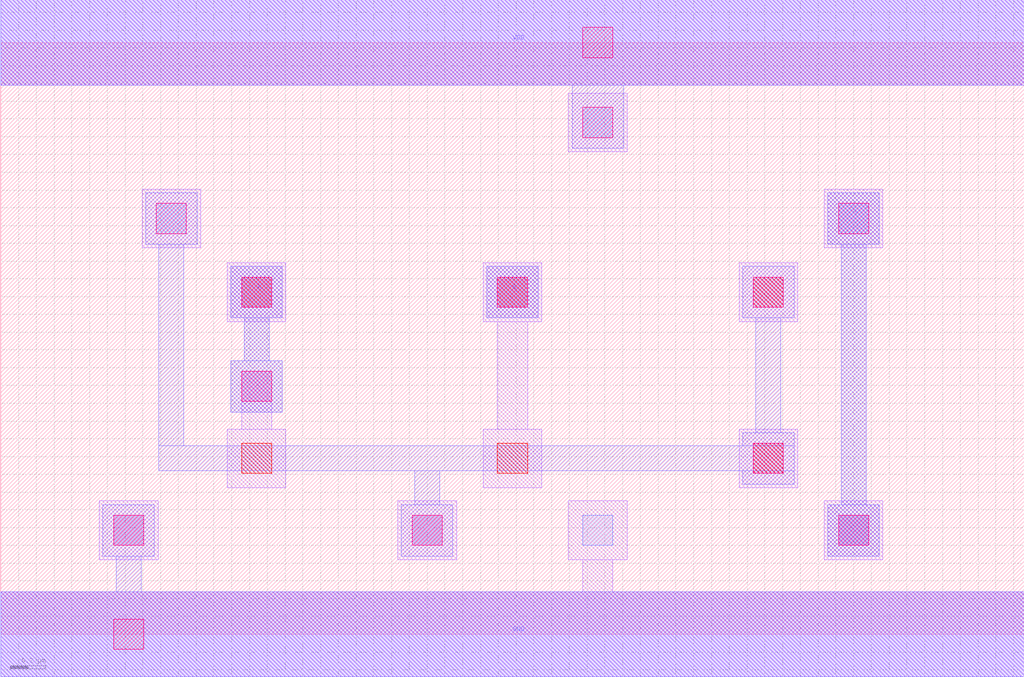
<source format=lef>
MACRO OR2X2
 CLASS CORE ;
 FOREIGN OR2X2 0 0 ;
 SIZE 5.76 BY 3.33 ;
 ORIGIN 0 0 ;
 SYMMETRY X Y R90 ;
 SITE unit ;
  PIN VDD
   DIRECTION INOUT ;
   USE POWER ;
   SHAPE ABUTMENT ;
    PORT
     CLASS CORE ;
       LAYER li1 ;
        RECT 0.00000000 3.09000000 5.76000000 3.57000000 ;
       LAYER met1 ;
        RECT 0.00000000 3.09000000 5.76000000 3.57000000 ;
    END
  END VDD

  PIN GND
   DIRECTION INOUT ;
   USE POWER ;
   SHAPE ABUTMENT ;
    PORT
     CLASS CORE ;
       LAYER li1 ;
        RECT 0.00000000 -0.24000000 5.76000000 0.24000000 ;
       LAYER met1 ;
        RECT 0.00000000 -0.24000000 5.76000000 0.24000000 ;
    END
  END GND

  PIN Y
   DIRECTION INOUT ;
   USE SIGNAL ;
   SHAPE ABUTMENT ;
    PORT
     CLASS CORE ;
       LAYER met1 ;
        RECT 4.65500000 0.44000000 4.94500000 0.73000000 ;
        RECT 4.73000000 0.73000000 4.87000000 2.19500000 ;
        RECT 4.65500000 2.19500000 4.94500000 2.48500000 ;
    END
  END Y

  PIN A
   DIRECTION INOUT ;
   USE SIGNAL ;
   SHAPE ABUTMENT ;
    PORT
     CLASS CORE ;
       LAYER met1 ;
        RECT 1.29500000 1.25000000 1.58500000 1.54000000 ;
        RECT 1.37000000 1.54000000 1.51000000 1.78000000 ;
        RECT 1.29500000 1.78000000 1.58500000 2.07000000 ;
    END
  END A

  PIN B
   DIRECTION INOUT ;
   USE SIGNAL ;
   SHAPE ABUTMENT ;
    PORT
     CLASS CORE ;
       LAYER met1 ;
        RECT 2.73500000 1.78000000 3.02500000 2.07000000 ;
    END
  END B

 OBS
    LAYER polycont ;
     RECT 1.35500000 0.90500000 1.52500000 1.07500000 ;
     RECT 2.79500000 0.90500000 2.96500000 1.07500000 ;
     RECT 4.23500000 0.90500000 4.40500000 1.07500000 ;
     RECT 1.35500000 1.84000000 1.52500000 2.01000000 ;
     RECT 2.79500000 1.84000000 2.96500000 2.01000000 ;
     RECT 4.23500000 1.84000000 4.40500000 2.01000000 ;

    LAYER pdiffc ;
     RECT 0.87500000 2.25500000 1.04500000 2.42500000 ;
     RECT 4.71500000 2.25500000 4.88500000 2.42500000 ;
     RECT 3.27500000 2.79500000 3.44500000 2.96500000 ;

    LAYER ndiffc ;
     RECT 0.63500000 0.50000000 0.80500000 0.67000000 ;
     RECT 2.31500000 0.50000000 2.48500000 0.67000000 ;
     RECT 3.27500000 0.50000000 3.44500000 0.67000000 ;
     RECT 4.71500000 0.50000000 4.88500000 0.67000000 ;

    LAYER li1 ;
     RECT 0.55500000 0.42000000 0.88500000 0.75000000 ;
     RECT 2.23500000 0.42000000 2.56500000 0.75000000 ;
     RECT 0.00000000 -0.24000000 5.76000000 0.24000000 ;
     RECT 3.27500000 0.24000000 3.44500000 0.42000000 ;
     RECT 3.19500000 0.42000000 3.52500000 0.75000000 ;
     RECT 4.63500000 0.42000000 4.96500000 0.75000000 ;
     RECT 4.15500000 0.82500000 4.48500000 1.15500000 ;
     RECT 1.27500000 0.82500000 1.60500000 1.15500000 ;
     RECT 1.35500000 1.15500000 1.52500000 1.48000000 ;
     RECT 1.27500000 1.76000000 1.60500000 2.09000000 ;
     RECT 2.71500000 0.82500000 3.04500000 1.15500000 ;
     RECT 2.79500000 1.15500000 2.96500000 1.76000000 ;
     RECT 2.71500000 1.76000000 3.04500000 2.09000000 ;
     RECT 4.15500000 1.76000000 4.48500000 2.09000000 ;
     RECT 0.79500000 2.17500000 1.12500000 2.50500000 ;
     RECT 4.63500000 2.17500000 4.96500000 2.50500000 ;
     RECT 3.19500000 2.71500000 3.52500000 3.04500000 ;
     RECT 0.00000000 3.09000000 5.76000000 3.57000000 ;

    LAYER viali ;
     RECT 0.63500000 -0.08500000 0.80500000 0.08500000 ;
     RECT 0.63500000 0.50000000 0.80500000 0.67000000 ;
     RECT 2.31500000 0.50000000 2.48500000 0.67000000 ;
     RECT 4.71500000 0.50000000 4.88500000 0.67000000 ;
     RECT 4.23500000 0.90500000 4.40500000 1.07500000 ;
     RECT 1.35500000 1.31000000 1.52500000 1.48000000 ;
     RECT 1.35500000 1.84000000 1.52500000 2.01000000 ;
     RECT 2.79500000 1.84000000 2.96500000 2.01000000 ;
     RECT 4.23500000 1.84000000 4.40500000 2.01000000 ;
     RECT 0.87500000 2.25500000 1.04500000 2.42500000 ;
     RECT 4.71500000 2.25500000 4.88500000 2.42500000 ;
     RECT 3.27500000 2.79500000 3.44500000 2.96500000 ;
     RECT 3.27500000 3.24500000 3.44500000 3.41500000 ;

    LAYER met1 ;
     RECT 0.00000000 -0.24000000 5.76000000 0.24000000 ;
     RECT 0.65000000 0.24000000 0.79000000 0.44000000 ;
     RECT 0.57500000 0.44000000 0.86500000 0.73000000 ;
     RECT 1.29500000 1.25000000 1.58500000 1.54000000 ;
     RECT 1.37000000 1.54000000 1.51000000 1.78000000 ;
     RECT 1.29500000 1.78000000 1.58500000 2.07000000 ;
     RECT 2.73500000 1.78000000 3.02500000 2.07000000 ;
     RECT 2.25500000 0.44000000 2.54500000 0.73000000 ;
     RECT 2.33000000 0.73000000 2.47000000 0.92000000 ;
     RECT 4.17500000 0.84500000 4.46500000 0.92000000 ;
     RECT 0.89000000 0.92000000 4.46500000 1.06000000 ;
     RECT 4.17500000 1.06000000 4.46500000 1.13500000 ;
     RECT 4.25000000 1.13500000 4.39000000 1.78000000 ;
     RECT 4.17500000 1.78000000 4.46500000 2.07000000 ;
     RECT 0.89000000 1.06000000 1.03000000 2.19500000 ;
     RECT 0.81500000 2.19500000 1.10500000 2.48500000 ;
     RECT 4.65500000 0.44000000 4.94500000 0.73000000 ;
     RECT 4.73000000 0.73000000 4.87000000 2.19500000 ;
     RECT 4.65500000 2.19500000 4.94500000 2.48500000 ;
     RECT 3.21500000 2.73500000 3.50500000 3.09000000 ;
     RECT 0.00000000 3.09000000 5.76000000 3.57000000 ;

 END
END OR2X2

</source>
